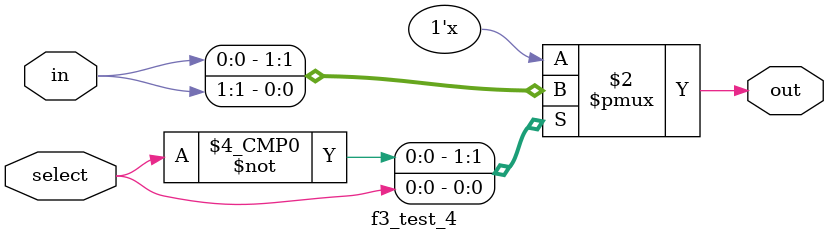
<source format=v>
module f3_test_4(input [1:0] in, input select, output reg out);
always @( in or select)
    case (select)
	    0: out = in[0];
	    1: out = in[1];
	endcase
endmodule
</source>
